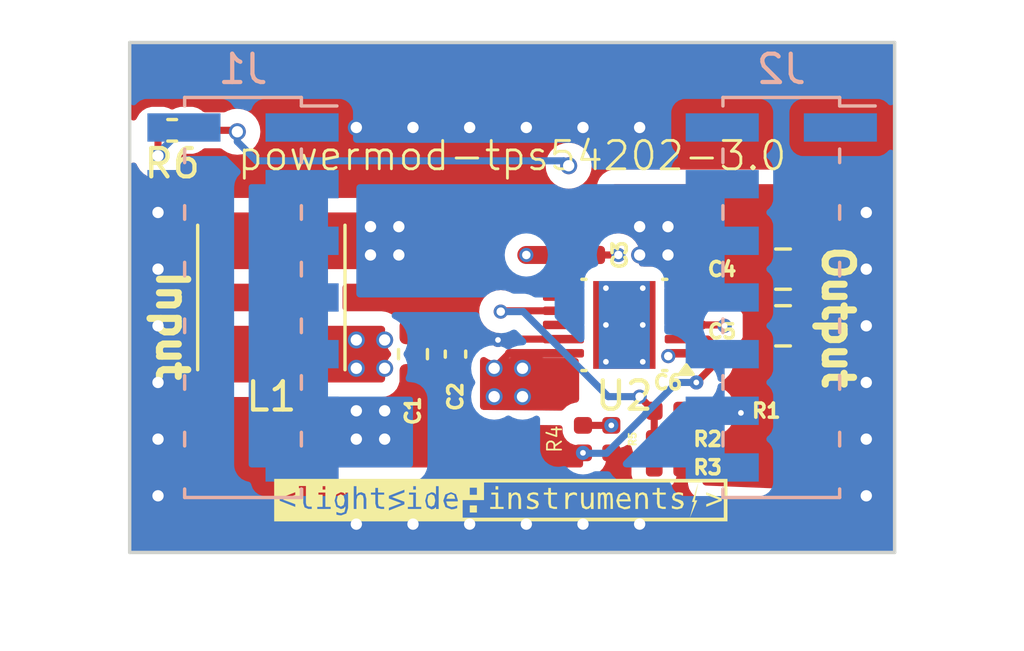
<source format=kicad_pcb>
(kicad_pcb (version 20240108) (generator "pcbnew") (generator_version "8.0")
  (title_block (title "powermod-tps54202-3.0") (company "Lightside Instruments AS"))
  (layers (0 "F.Cu" signal) (1 "In1.Cu" mixed) (2 "In2.Cu" mixed) (31 "B.Cu" signal) (34 "B.Paste" user) (35 "F.Paste" user) (36 "B.SilkS" user "B.Silkscreen") (37 "F.SilkS" user "F.Silkscreen") (38 "B.Mask" user) (39 "F.Mask" user) (44 "Edge.Cuts" user))
  (net 0 "")
  (net 1 "GND")
  (net 2 "+5V")
  (net 3 "SYS_DCIN")
  (net 4 "/SW")
  (net 5 "/BOOT")
  (net 6 "/FB")
  (net 7 "Net-(C6-Pad1)")
  (net 8 "/ENABLE")
  (net 10 "Net-(J1-Pin_2)")
  (footprint "Capacitor_SMD:C_0603_1608Metric" (layer "F.Cu") (at 26 50 90)
    (property "Reference" "C1" (at -2 0 90) (layer "F.SilkS") (effects (font (size 0.5 0.5) (thickness 0.125))))
    (property "Value" "10uF")
    (fp_line (start -0.162779 -0.51) (end 0.162779 -0.51) (stroke (width 0.12)) (layer "F.SilkS"))
    (fp_line (start -0.162779 0.51) (end 0.162779 0.51) (stroke (width 0.12)) (layer "F.SilkS"))
    (pad "1" smd roundrect (at -0.7875 0 90) (size 0.875 0.95) (layers "F.Cu" "F.Paste" "F.Mask") (net 3 "SYS_DCIN"))
    (pad "2" smd roundrect (at 0.7875 0 90) (size 0.875 0.95) (layers "F.Cu" "F.Paste" "F.Mask") (net 1 "GND"))
  )
  (footprint "Capacitor_SMD:C_0805_2012Metric" (layer "F.Cu") (at 39.0625 49)
    (property "Reference" "C5" (at -2.152929 0.203435 0) (layer "F.SilkS") (effects (font (size 0.5 0.5) (thickness 0.125))))
    (property "Value" "22uF")
    (fp_line (start -0.258578 -0.71) (end 0.258578 -0.71) (stroke (width 0.12)) (layer "F.SilkS"))
    (fp_line (start -0.258578 0.71) (end 0.258578 0.71) (stroke (width 0.12)) (layer "F.SilkS"))
    (pad "1" smd roundrect (at -0.9375 0) (size 0.975 1.4) (layers "F.Cu" "F.Paste" "F.Mask") (net 2 "+5V"))
    (pad "2" smd roundrect (at 0.9375 0) (size 0.975 1.4) (layers "F.Cu" "F.Paste" "F.Mask") (net 1 "GND"))
  )
  (footprint "Capacitor_SMD:C_0805_2012Metric" (layer "F.Cu") (at 39.0625 47)
    (property "Reference" "C4" (at -2.152929 0.003435 0) (layer "F.SilkS") (effects (font (size 0.5 0.5) (thickness 0.125))))
    (property "Value" "22uF")
    (fp_line (start -0.258578 -0.71) (end 0.258578 -0.71) (stroke (width 0.12)) (layer "F.SilkS"))
    (fp_line (start -0.258578 0.71) (end 0.258578 0.71) (stroke (width 0.12)) (layer "F.SilkS"))
    (pad "1" smd roundrect (at -0.9375 0) (size 0.975 1.4) (layers "F.Cu" "F.Paste" "F.Mask") (net 2 "+5V"))
    (pad "2" smd roundrect (at 0.9375 0) (size 0.975 1.4) (layers "F.Cu" "F.Paste" "F.Mask") (net 1 "GND"))
  )
  (footprint "Capacitor_SMD:C_0402_1005Metric" (layer "F.Cu") (at 35 52 180)
    (property "Reference" "C6" (at 0 1 180) (layer "F.SilkS") (effects (font (size 0.5 0.5) (thickness 0.125))))
    (property "Value" "75 pF")
    (pad "1" smd roundrect (at -0.485 0 180) (size 0.59 0.64) (layers "F.Cu" "F.Paste" "F.Mask") (net 7 "Net-(C6-Pad1)"))
    (pad "2" smd roundrect (at 0.485 0 180) (size 0.59 0.64) (layers "F.Cu" "F.Paste" "F.Mask") (net 6 "/FB"))
  )
  (footprint "Resistor_SMD:R_0402_1005Metric" (layer "F.Cu") (at 35 53 180)
    (property "Reference" "R2" (at -1.4 0 180) (layer "F.SilkS") (effects (font (size 0.5 0.5) (thickness 0.125))))
    (property "Value" "100K")
    (pad "1" smd roundrect (at -0.485 0 180) (size 0.59 0.64) (layers "F.Cu" "F.Paste" "F.Mask") (net 7 "Net-(C6-Pad1)"))
    (pad "2" smd roundrect (at 0.485 0 180) (size 0.59 0.64) (layers "F.Cu" "F.Paste" "F.Mask") (net 6 "/FB"))
  )
  (footprint "Resistor_SMD:R_0402_1005Metric" (layer "F.Cu") (at 35 54)
    (property "Reference" "R3" (at 1.4 0 0) (layer "F.SilkS") (effects (font (size 0.5 0.5) (thickness 0.125))))
    (property "Value" "13.3K")
    (pad "1" smd roundrect (at -0.485 0) (size 0.59 0.64) (layers "F.Cu" "F.Paste" "F.Mask") (net 6 "/FB"))
    (pad "2" smd roundrect (at 0.485 0) (size 0.59 0.64) (layers "F.Cu" "F.Paste" "F.Mask") (net 1 "GND"))
  )
  (footprint "Capacitor_SMD:C_0402_1005Metric" (layer "F.Cu") (at 32 46.5)
    (property "Reference" "C3" (at 1.3 0 90) (layer "F.SilkS") (effects (font (size 0.5 0.5) (thickness 0.125))))
    (property "Value" "0.1uF")
    (pad "1" smd roundrect (at -0.485 0) (size 0.59 0.64) (layers "F.Cu" "F.Paste" "F.Mask") (net 4 "/SW"))
    (pad "2" smd roundrect (at 0.485 0) (size 0.59 0.64) (layers "F.Cu" "F.Paste" "F.Mask") (net 5 "/BOOT"))
  )
  (footprint "Resistor_SMD:R_0402_1005Metric" (layer "F.Cu") (at 37 52)
    (property "Reference" "R1" (at 1.47 0 180) (layer "F.SilkS") (effects (font (size 0.5 0.5) (thickness 0.125))))
    (property "Value" "49.9")
    (pad "1" smd roundrect (at -0.485 0) (size 0.59 0.64) (layers "F.Cu" "F.Paste" "F.Mask") (net 7 "Net-(C6-Pad1)"))
    (pad "2" smd roundrect (at 0.485 0) (size 0.59 0.64) (layers "F.Cu" "F.Paste" "F.Mask") (net 2 "+5V"))
  )
  (footprint "Inductor_SMD:L_Taiyo-Yuden_MD-5050" (layer "F.Cu") (at 21 48 90)
    (property "Reference" "L1" (at -3.5 0 180) (layer "F.SilkS"))
    (property "Value" "15uH")
    (fp_line (start -2.55 -2.6) (end 2.55 -2.6) (stroke (width 0.12)) (layer "F.SilkS"))
    (fp_line (start -2.55 2.6) (end 2.55 2.6) (stroke (width 0.12)) (layer "F.SilkS"))
    (pad "1" smd rect (at -1.8 0 90) (size 1.5 4.2) (layers "F.Cu" "F.Paste" "F.Mask") (net 4 "/SW"))
    (pad "2" smd rect (at 1.8 0 90) (size 1.5 4.2) (layers "F.Cu" "F.Paste" "F.Mask") (net 2 "+5V"))
  )
  (footprint "spark:lsi-logo-16mm" (layer "F.Cu") (at 29.1 55.7)
    (property "Reference" "svg2mod" (hide yes))
    (property "Value" "G***" (hide yes))
    (fp_poly (pts (xy -1.09554 -0.360257) (xy -1.09554 -0.110272) (xy -0.844522 -0.110272) (xy -0.844522 -0.360257) (xy -1.09554 -0.360257)) (fill solid) (layer "F.SilkS"))
    (fp_poly (pts (xy -0.186035 -1.039414) (xy -0.186035 -0.919008) (xy -0.090563 -0.919008) (xy -0.090563 -1.039414) (xy -0.186035 -1.039414)) (fill solid) (layer "F.SilkS"))
    (fp_poly (pts (xy -1.756488 -0.765085) (xy -1.870047 -0.71961) (xy -1.923015 -0.59352) (xy -1.608564 -0.594035) (xy -1.648484 -0.72116) (xy -1.756488 -0.765084) (xy -1.756488 -0.765085)) (fill solid) (layer "F.SilkS"))
    (fp_poly (pts (xy 7.250979 -0.825991) (xy 7.250979 -0.73194) (xy 7.692166 -0.566575) (xy 7.250979 -0.402761) (xy 7.250979 -0.308193) (xy 7.799653 -0.5242) (xy 7.799653 -0.609983) (xy 7.250979 -0.825991)) (fill solid) (layer "F.SilkS"))
    (fp_poly (pts (xy -5.647988 -0.754037) (xy -5.754829 -0.698226) (xy -5.791649 -0.535962) (xy -5.754829 -0.372665) (xy -5.646955 -0.316854) (xy -5.546186 -0.373182) (xy -5.510917 -0.535962) (xy -5.546186 -0.698226) (xy -5.647988 -0.754037)) (fill solid) (layer "F.SilkS"))
    (fp_poly (pts (xy -2.454902 -0.758688) (xy -2.559288 -0.70236) (xy -2.594557 -0.535446) (xy -2.559288 -0.368531) (xy -2.454902 -0.312203) (xy -2.350128 -0.369047) (xy -2.313696 -0.535446) (xy -2.350128 -0.701844) (xy -2.454902 -0.758688)) (fill solid) (layer "F.SilkS"))
    (fp_poly (pts (xy -0.334992 -0.814105) (xy -0.334992 -0.740208) (xy -0.186035 -0.740208) (xy -0.186035 -0.309226) (xy -0.375429 -0.309226) (xy -0.375429 -0.235329) (xy 0.098961 -0.235329) (xy 0.098961 -0.309226) (xy -0.090563 -0.309226) (xy -0.090563 -0.814105) (xy -0.334992 -0.814105)) (fill solid) (layer "F.SilkS"))
    (fp_poly (pts (xy 2.56483 -0.828058) (xy 2.447008 -0.794985) (xy 2.373757 -0.700934) (xy 2.373757 -0.814105) (xy 2.277768 -0.814105) (xy 2.277768 -0.235329) (xy 2.373757 -0.235329) (xy 2.373757 -0.523167) (xy 2.421041 -0.684397) (xy 2.557467 -0.740208) (xy 2.627101 -0.729356) (xy 2.689371 -0.694733) (xy 2.689371 -0.791884) (xy 2.630718 -0.819273) (xy 2.56483 -0.828058)) (fill solid) (layer "F.SilkS"))
    (fp_poly (pts (xy 0.540536 -0.828058) (xy 0.437312 -0.80222) (xy 0.368324 -0.727289) (xy 0.368324 -0.814105) (xy 0.272723 -0.814105) (xy 0.272723 -0.235329) (xy 0.368324 -0.235329) (xy 0.368324 -0.562441) (xy 0.40411 -0.697833) (xy 0.507333 -0.745375) (xy 0.593504 -0.708685) (xy 0.621021 -0.593963) (xy 0.621021 -0.235329) (xy 0.717011 -0.235329) (xy 0.717011 -0.593963) (xy 0.672956 -0.769663) (xy 0.540536 -0.828058)) (fill solid) (layer "F.SilkS"))
    (fp_poly (pts (xy 2.830577 -0.813072) (xy 2.830577 -0.454437) (xy 2.874114 -0.278221) (xy 3.007052 -0.220343) (xy 3.109242 -0.246181) (xy 3.178746 -0.322145) (xy 3.178746 -0.235329) (xy 3.274865 -0.235329) (xy 3.274865 -0.813072) (xy 3.178746 -0.813072) (xy 3.178746 -0.48596) (xy 3.142961 -0.350051) (xy 3.039737 -0.303025) (xy 2.953567 -0.339715) (xy 2.926049 -0.454437) (xy 2.926049 -0.813072) (xy 2.830577 -0.813072)) (fill solid) (layer "F.SilkS"))
    (fp_poly (pts (xy 5.016619 -0.828058) (xy 4.913395 -0.80222) (xy 4.844278 -0.727289) (xy 4.844278 -0.814105) (xy 4.748806 -0.814105) (xy 4.748806 -0.235329) (xy 4.844278 -0.235329) (xy 4.844278 -0.562441) (xy 4.880193 -0.697833) (xy 4.983417 -0.745375) (xy 5.069587 -0.708685) (xy 5.097105 -0.593963) (xy 5.097105 -0.235329) (xy 5.193094 -0.235329) (xy 5.193094 -0.593963) (xy 5.14904 -0.769663) (xy 5.016619 -0.828058)) (fill solid) (layer "F.SilkS"))
    (fp_poly (pts (xy 1.673671 -0.978436) (xy 1.673671 -0.814105) (xy 1.518383 -0.814105) (xy 1.518383 -0.740208) (xy 1.673671 -0.740208) (xy 1.673671 -0.426015) (xy 1.717725 -0.278221) (xy 1.869266 -0.235329) (xy 1.986054 -0.235329) (xy 1.986054 -0.311293) (xy 1.878697 -0.311293) (xy 1.79356 -0.336615) (xy 1.769143 -0.426015) (xy 1.769143 -0.740208) (xy 1.986054 -0.740208) (xy 1.986054 -0.814105) (xy 1.769143 -0.814105) (xy 1.769143 -0.978436) (xy 1.673671 -0.978436)) (fill solid) (layer "F.SilkS"))
    (fp_poly (pts (xy 5.510258 -0.978436) (xy 5.510258 -0.814105) (xy 5.3551 -0.814105) (xy 5.3551 -0.740208) (xy 5.510258 -0.740208) (xy 5.510258 -0.426015) (xy 5.554313 -0.278221) (xy 5.705853 -0.235329) (xy 5.822642 -0.235329) (xy 5.822642 -0.311293) (xy 5.715284 -0.311293) (xy 5.630147 -0.336615) (xy 5.60573 -0.426015) (xy 5.60573 -0.740208) (xy 5.822642 -0.740208) (xy 5.822642 -0.814105) (xy 5.60573 -0.814105) (xy 5.60573 -0.978436) (xy 5.510258 -0.978436)) (fill solid) (layer "F.SilkS"))
    (fp_poly (pts (xy 4.346117 -0.828058) (xy 4.341857 -0.747442) (xy 4.449861 -0.703517) (xy 4.489781 -0.576393) (xy 4.17533 -0.575877) (xy 4.228298 -0.701968) (xy 4.341857 -0.747443) (xy 4.341857 -0.747442) (xy 4.346117 -0.828058) (xy 4.146776 -0.745375) (xy 4.071974 -0.5242) (xy 4.148326 -0.300958) (xy 4.36007 -0.220343) (xy 4.457609 -0.231712) (xy 4.563029 -0.264785) (xy 4.563029 -0.359352) (xy 4.456575 -0.315428) (xy 4.361103 -0.300958) (xy 4.220931 -0.352635) (xy 4.171709 -0.498879) (xy 4.171709 -0.501979) (xy 4.585379 -0.501979) (xy 4.585379 -0.548488) (xy 4.521042 -0.753127) (xy 4.346117 -0.828057) (xy 4.346117 -0.828058)) (fill solid) (layer "F.SilkS"))
    (fp_poly (pts (xy 3.613216 -0.828058) (xy 3.554563 -0.811521) (xy 3.51206 -0.764496) (xy 3.51206 -0.814105) (xy 3.425373 -0.814105) (xy 3.425373 -0.235329) (xy 3.51206 -0.235329) (xy 3.51206 -0.566575) (xy 3.526529 -0.716437) (xy 3.579498 -0.748476) (xy 3.632466 -0.719537) (xy 3.647452 -0.566575) (xy 3.647452 -0.235329) (xy 3.734656 -0.235329) (xy 3.734656 -0.566575) (xy 3.749772 -0.716437) (xy 3.806744 -0.748476) (xy 3.856612 -0.718504) (xy 3.870694 -0.566575) (xy 3.870694 -0.235329) (xy 3.957898 -0.235329) (xy 3.957898 -0.570709) (xy 3.92883 -0.773797) (xy 3.830128 -0.828058) (xy 3.764241 -0.809971) (xy 3.71967 -0.755194) (xy 3.678587 -0.809971) (xy 3.613216 -0.828058)) (fill solid) (layer "F.SilkS"))
    (fp_poly (pts (xy 1.141662 -0.828058) (xy 0.980173 -0.782582) (xy 0.923587 -0.654425) (xy 0.961569 -0.550555) (xy 1.081975 -0.496812) (xy 1.117761 -0.489577) (xy 1.121896 -0.488543) (xy 1.249019 -0.397076) (xy 1.214267 -0.325246) (xy 1.116211 -0.299924) (xy 1.02384 -0.31336) (xy 0.92152 -0.354701) (xy 0.92152 -0.256516) (xy 1.02384 -0.229644) (xy 1.114144 -0.220343) (xy 1.284418 -0.268402) (xy 1.345654 -0.40276) (xy 1.308706 -0.507664) (xy 1.201348 -0.561407) (xy 1.162849 -0.568642) (xy 1.043994 -0.605849) (xy 1.020222 -0.663726) (xy 1.051874 -0.727288) (xy 1.148896 -0.748476) (xy 1.233517 -0.73659) (xy 1.31607 -0.700933) (xy 1.31607 -0.793951) (xy 1.23145 -0.819272) (xy 1.141662 -0.828057) (xy 1.141662 -0.828058)) (fill solid) (layer "F.SilkS"))
    (fp_poly (pts (xy 6.257112 -0.828058) (xy 6.095752 -0.782582) (xy 6.039166 -0.654425) (xy 6.077019 -0.550555) (xy 6.197425 -0.496812) (xy 6.233212 -0.489577) (xy 6.237346 -0.488543) (xy 6.364599 -0.397076) (xy 6.329717 -0.325246) (xy 6.231661 -0.299924) (xy 6.13929 -0.31336) (xy 6.037099 -0.354701) (xy 6.037099 -0.256516) (xy 6.13929 -0.229644) (xy 6.229594 -0.220343) (xy 6.399868 -0.268402) (xy 6.461104 -0.40276) (xy 6.424285 -0.507664) (xy 6.316798 -0.561407) (xy 6.278428 -0.568642) (xy 6.159573 -0.605849) (xy 6.135672 -0.663726) (xy 6.167324 -0.727288) (xy 6.264346 -0.748476) (xy 6.348967 -0.73659) (xy 6.431519 -0.700933) (xy 6.431519 -0.793951) (xy 6.3469 -0.819272) (xy 6.257112 -0.828057) (xy 6.257112 -0.828058)) (fill solid) (layer "F.SilkS"))
    (fp_poly (pts (xy 6.963744 -1.142542) (xy 6.929034 -1.037612) (xy 6.822897 -0.71568) (xy 6.795735 -0.633187) (xy 6.747043 -0.484796) (xy 6.746218 -0.481877) (xy 6.784449 -0.481047) (xy 6.822476 -0.47938) (xy 6.706279 -0.052518) (xy 6.685052 0.025953) (xy 6.671472 0.075953) (xy 6.671772 0.077203) (xy 6.685757 0.045698) (xy 6.715838 -0.024927) (xy 6.748435 -0.101385) (xy 6.780628 -0.176839) (xy 6.8259 -0.282973) (xy 6.871071 -0.388912) (xy 6.903464 -0.464866) (xy 6.927509 -0.521204) (xy 6.935356 -0.539499) (xy 6.891191 -0.539499) (xy 6.847026 -0.539916) (xy 6.849651 -0.553294) (xy 6.862124 -0.615266) (xy 6.881239 -0.709832) (xy 6.899344 -0.799372) (xy 6.926506 -0.933677) (xy 6.953669 -1.067983) (xy 6.968659 -1.142328) (xy 6.974394 -1.172792) (xy 6.963729 -1.142203) (xy 6.963744 -1.142542)) (stroke (width 0.000106)) (fill solid) (layer "F.SilkS"))
    (fp_poly (pts (xy -8.000028 -1.297796) (xy -0.593374 -1.16783) (xy 7.869933 -1.16783) (xy 7.869933 0.072146) (xy -1.346687 0.072146) (xy -1.346687 -0.547842) (xy -0.593374 -0.547842) (xy -0.593374 -1.16783) (xy -8.000028 -1.297796) (xy -7.127472 -1.045099) (xy -6.878908 -1.045099) (xy -6.878908 -0.445135) (xy -6.855524 -0.3485) (xy -6.785503 -0.315944) (xy -6.673882 -0.315944) (xy -6.673882 -0.235329) (xy -6.794805 -0.235329) (xy -6.927742 -0.290106) (xy -6.97438 -0.445135) (xy -6.97438 -0.970685) (xy -7.127472 -0.970685) (xy -7.127472 -1.045099) (xy -8.000028 -1.297796) (xy -6.28928 -1.039414) (xy -6.193808 -1.039414) (xy -6.193808 -0.919008) (xy -6.28928 -0.919008) (xy -6.28928 -1.039414) (xy -8.000028 -1.297796) (xy -5.191027 -1.039414) (xy -5.095554 -1.039414) (xy -5.095554 -0.727289) (xy -5.026566 -0.80222) (xy -4.923213 -0.828058) (xy -4.790922 -0.769663) (xy -4.746738 -0.593963) (xy -4.746738 -0.235329) (xy -4.842727 -0.235329) (xy -4.842727 -0.593963) (xy -4.870245 -0.708685) (xy -4.956416 -0.745375) (xy -5.059768 -0.697833) (xy -5.095554 -0.562441) (xy -5.095554 -0.235329) (xy -5.191027 -0.235329) (xy -5.191027 -1.039414) (xy -8.000028 -1.297796) (xy -3.092059 -1.039414) (xy -2.996587 -1.039414) (xy -2.996587 -0.919008) (xy -3.092059 -0.919008) (xy -3.092059 -1.039414) (xy -8.000028 -1.297796) (xy -2.289137 -1.039414) (xy -2.193664 -1.039414) (xy -2.193664 -0.235329) (xy -2.289137 -0.235329) (xy -2.289137 -0.308193) (xy -2.352957 -0.242564) (xy -2.444424 -0.220343) (xy -2.610435 -0.301475) (xy -2.670638 -0.526267) (xy -2.609918 -0.747442) (xy -2.444424 -0.828058) (xy -2.351923 -0.80532) (xy -2.289137 -0.740208) (xy -2.289137 -1.039414) (xy -8.000028 -1.297796) (xy -0.844522 -0.985283) (xy -0.844522 -0.735299) (xy -1.09554 -0.735299) (xy -1.09554 -0.985283) (xy -0.844522 -0.985283) (xy -8.000028 -1.297796) (xy -4.334102 -0.978436) (xy -4.334102 -0.814105) (xy -4.11719 -0.814105) (xy -4.11719 -0.740208) (xy -4.334102 -0.740208) (xy -4.334102 -0.426015) (xy -4.309685 -0.336615) (xy -4.224677 -0.311293) (xy -4.11719 -0.311293) (xy -4.11719 -0.235329) (xy -4.233979 -0.235329) (xy -4.38552 -0.278221) (xy -4.429574 -0.426015) (xy -4.429574 -0.740208) (xy -4.584862 -0.740208) (xy -4.584862 -0.814105) (xy -4.429574 -0.814105) (xy -4.429574 -0.978436) (xy -4.334102 -0.978436) (xy -8.000028 -1.297796) (xy -3.402764 -0.914745) (xy -3.402764 -0.820694) (xy -3.84253 -0.655846) (xy -3.795246 -0.637243) (xy -3.402764 -0.491515) (xy -3.402764 -0.48273) (xy -3.402764 -0.396947) (xy -3.951438 -0.18094) (xy -3.951438 -0.275507) (xy -3.51038 -0.439322) (xy -3.513351 -0.440484) (xy -3.951438 -0.604686) (xy -3.951438 -0.612955) (xy -3.951438 -0.698737) (xy -3.402764 -0.914745) (xy -8.000028 -1.297796) (xy -7.255758 -0.825991) (xy -7.255758 -0.73194) (xy -7.696817 -0.566575) (xy -7.255758 -0.402761) (xy -7.255758 -0.308193) (xy -7.804304 -0.5242) (xy -7.804304 -0.609983) (xy -7.255758 -0.825991) (xy -8.000028 -1.297796) (xy -8.000028 0.202241) (xy -5.634281 -0.007953) (xy -5.716834 -0.015187) (xy -5.803005 -0.036375) (xy -5.803005 -0.130426) (xy -5.710633 -0.095286) (xy -5.634281 -0.083917) (xy -5.521627 -0.125775) (xy -5.486357 -0.258583) (xy -5.486357 -0.262718) (xy -5.486357 -0.327313) (xy -5.548627 -0.254966) (xy -5.644616 -0.231195) (xy -5.807139 -0.312327) (xy -5.867859 -0.529368) (xy -5.807139 -0.746926) (xy -5.644616 -0.828058) (xy -5.549661 -0.805837) (xy -5.486357 -0.737107) (xy -5.486357 -0.812038) (xy -5.390885 -0.812038) (xy -5.390885 -0.272536) (xy -5.452638 -0.075132) (xy -5.634281 -0.007953) (xy -8.000028 0.202241) (xy -1.743175 -0.220343) (xy -1.954919 -0.300958) (xy -2.031271 -0.5242) (xy -1.956469 -0.745375) (xy -1.757128 -0.828058) (xy -1.582332 -0.753127) (xy -1.517866 -0.548488) (xy -1.517866 -0.501979) (xy -1.931536 -0.501979) (xy -1.931536 -0.498879) (xy -1.882314 -0.352635) (xy -1.742141 -0.300958) (xy -1.646669 -0.315428) (xy -1.540216 -0.359352) (xy -1.540216 -0.264785) (xy -1.645636 -0.231712) (xy -1.743175 -0.220343) (xy -8.000028 0.202241) (xy -6.004284 -0.235329) (xy -6.478674 -0.235329) (xy -6.478674 -0.309226) (xy -6.28928 -0.309226) (xy -6.28928 -0.740208) (xy -6.438237 -0.740208) (xy -6.438237 -0.814105) (xy -6.193808 -0.814105) (xy -6.193808 -0.309226) (xy -6.004284 -0.309226) (xy -6.004284 -0.235329) (xy -8.000028 0.202241) (xy -2.807193 -0.235329) (xy -3.281582 -0.235329) (xy -3.281582 -0.309226) (xy -3.092059 -0.309226) (xy -3.092059 -0.740208) (xy -3.241016 -0.740208) (xy -3.241016 -0.814105) (xy -2.996587 -0.814105) (xy -2.996587 -0.309226) (xy -2.807193 -0.309226) (xy -2.807193 -0.235329) (xy -8.000028 0.202241) (xy 8.000028 0.202241) (xy 8.000028 -1.297796) (xy -8.000028 -1.297796)) (fill solid) (layer "F.SilkS"))
  )
  (footprint "Resistor_SMD:R_0402_1005Metric" (layer "F.Cu") (at 32 53 90)
    (property "Reference" "R4" (at 0 -1 -90) (layer "F.SilkS") (effects (font (size 0.5 0.5) (thickness 0.0625))))
    (property "Value" "511K")
    (pad "1" smd roundrect (at -0.485 0 90) (size 0.59 0.64) (layers "F.Cu" "F.Paste" "F.Mask") (net 3 "SYS_DCIN"))
    (pad "2" smd roundrect (at 0.485 0 90) (size 0.59 0.64) (layers "F.Cu" "F.Paste" "F.Mask") (net 8 "/ENABLE"))
  )
  (footprint "Resistor_SMD:R_0402_1005Metric" (layer "F.Cu") (at 33 53 -90)
    (property "Reference" "R5" (at 0 -0.75 -90) (layer "F.SilkS") (effects (font (size 0.25 0.25) (thickness 0.0625))))
    (property "Value" "105K")
    (pad "1" smd roundrect (at -0.485 0 270) (size 0.59 0.64) (layers "F.Cu" "F.Paste" "F.Mask") (net 8 "/ENABLE"))
    (pad "2" smd roundrect (at 0.485 0 270) (size 0.59 0.64) (layers "F.Cu" "F.Paste" "F.Mask") (net 1 "GND"))
  )
  (footprint "Capacitor_SMD:C_0402_1005Metric" (layer "F.Cu") (at 27.5 50 90)
    (property "Reference" "C2" (at -1.5 0 90) (layer "F.SilkS") (effects (font (size 0.5 0.5) (thickness 0.125))))
    (property "Value" "0.1uF")
    (fp_line (start -0.107836 -0.36) (end 0.107836 -0.36) (stroke (width 0.12)) (layer "F.SilkS"))
    (fp_line (start -0.107836 0.36) (end 0.107836 0.36) (stroke (width 0.12)) (layer "F.SilkS"))
    (pad "1" smd roundrect (at -0.48 0 90) (size 0.56 0.62) (layers "F.Cu" "F.Paste" "F.Mask") (net 3 "SYS_DCIN"))
    (pad "2" smd roundrect (at 0.48 0 90) (size 0.56 0.62) (layers "F.Cu" "F.Paste" "F.Mask") (net 1 "GND"))
  )
  (footprint "Resistor_SMD:R_0402_1005Metric" (layer "F.Cu") (at 17.5 42.1 180)
    (property "Reference" "R6" (at 0 -1.17 0) (layer "F.SilkS"))
    (property "Value" "0")
    (fp_line (start -0.153641 0.38) (end 0.153641 0.38) (stroke (width 0.12)) (layer "F.SilkS"))
    (fp_line (start -0.153641 -0.38) (end 0.153641 -0.38) (stroke (width 0.12)) (layer "F.SilkS"))
    (pad "1" smd roundrect (at -0.51 0 180) (size 0.54 0.64) (layers "F.Cu" "F.Paste" "F.Mask") (net 8 "/ENABLE"))
    (pad "2" smd roundrect (at 0.51 0 180) (size 0.54 0.64) (layers "F.Cu" "F.Paste" "F.Mask") (net 10 "Net-(J1-Pin_2)"))
  )
  (footprint "Package_SO:MSOP-10-1EP_3x3mm_P0.5mm_EP2.2x3.1mm_Mask1.83x1.89mm_ThermalVias" (layer "F.Cu") (at 33.46 48.97 180)
    (property "Reference" "U2" (at 0 -2.5 0) (layer "F.SilkS"))
    (property "Value" "TPS54260DGQ")
    (fp_line (start 1.352982 1.61) (end 1.5 1.61) (stroke (width 0.12)) (layer "F.SilkS"))
    (fp_line (start 1.352982 -1.61) (end 1.5 -1.61) (stroke (width 0.12)) (layer "F.SilkS"))
    (fp_line (start -1.352982 1.61) (end -1.5 1.61) (stroke (width 0.12)) (layer "F.SilkS"))
    (fp_line (start -1.352982 -1.61) (end -1.5 -1.61) (stroke (width 0.12)) (layer "F.SilkS"))
    (fp_poly (pts (xy -2.1875 -1.41) (xy -2.4275 -1.74) (xy -1.9475 -1.74) (xy -2.1875 -1.41)) (stroke (width 0.12)) (fill solid) (layer "F.SilkS"))
    (pad "1" smd roundrect (at -2.15 -1 180) (size 1.45 0.3) (layers "F.Cu" "F.Paste" "F.Mask") (net 5 "/BOOT"))
    (pad "2" smd roundrect (at -2.15 -0.5 180) (size 1.45 0.3) (layers "F.Cu" "F.Paste" "F.Mask") (net 3 "SYS_DCIN"))
    (pad "3" smd roundrect (at -2.15 0 180) (size 1.45 0.3) (layers "F.Cu" "F.Paste" "F.Mask") (net 8 "/ENABLE"))
    (pad "4" smd roundrect (at -2.15 0.5 180) (size 1.45 0.3) (layers "F.Cu" "F.Paste" "F.Mask"))
    (pad "5" smd roundrect (at -2.15 1 180) (size 1.45 0.3) (layers "F.Cu" "F.Paste" "F.Mask"))
    (pad "6" smd roundrect (at 2.15 1 180) (size 1.45 0.3) (layers "F.Cu" "F.Paste" "F.Mask"))
    (pad "7" smd roundrect (at 2.15 0.5 180) (size 1.45 0.3) (layers "F.Cu" "F.Paste" "F.Mask") (net 6 "/FB"))
    (pad "8" smd roundrect (at 2.15 0 180) (size 1.45 0.3) (layers "F.Cu" "F.Paste" "F.Mask"))
    (pad "9" smd roundrect (at 2.15 -0.5 180) (size 1.45 0.3) (layers "F.Cu" "F.Paste" "F.Mask") (net 1 "GND"))
    (pad "10" smd roundrect (at 2.15 -1 180) (size 1.45 0.3) (layers "F.Cu" "F.Paste" "F.Mask") (net 4 "/SW"))
    (pad "11" thru_hole circle (at -0.65 -1.3 180) (size 0.5 0.5) (drill 0.2) (property pad_prop_heatsink) (layers "*.Cu"))
    (pad "11" thru_hole circle (at -0.65 0 180) (size 0.5 0.5) (drill 0.2) (property pad_prop_heatsink) (layers "*.Cu"))
    (pad "11" thru_hole circle (at -0.65 1.3 180) (size 0.5 0.5) (drill 0.2) (property pad_prop_heatsink) (layers "*.Cu"))
    (pad "11" smd rect (at 0 0 180) (size 1.8 3.1) (property pad_prop_heatsink) (layers "B.Cu"))
    (pad "11" smd rect (at 0 0 180) (size 2.2 3.1) (property pad_prop_heatsink) (layers "F.Cu"))
    (pad "11" thru_hole circle (at 0.65 -1.3 180) (size 0.5 0.5) (drill 0.2) (property pad_prop_heatsink) (layers "*.Cu"))
    (pad "11" thru_hole circle (at 0.65 0 180) (size 0.5 0.5) (drill 0.2) (property pad_prop_heatsink) (layers "*.Cu"))
    (pad "11" thru_hole circle (at 0.65 1.3 180) (size 0.5 0.5) (drill 0.2) (property pad_prop_heatsink) (layers "*.Cu"))
  )
  (footprint "Connector_PinHeader_2.00mm:PinHeader_2x07_P2.00mm_Vertical_SMD" (layer "B.Cu") (at 20 48 180)
    (property "Reference" "J1" (at 0 8.06 0) (layer "B.SilkS") (effects (justify mirror)))
    (property "Value" "Conn_02x07_Odd_Even")
    (fp_line (start 2.06 7.06) (end 2.06 6.76) (stroke (width 0.12)) (layer "B.SilkS"))
    (fp_line (start 2.06 5.24) (end 2.06 4.76) (stroke (width 0.12)) (layer "B.SilkS"))
    (fp_line (start 2.06 3.24) (end 2.06 2.76) (stroke (width 0.12)) (layer "B.SilkS"))
    (fp_line (start 2.06 1.24) (end 2.06 0.76) (stroke (width 0.12)) (layer "B.SilkS"))
    (fp_line (start 2.06 -0.76) (end 2.06 -1.24) (stroke (width 0.12)) (layer "B.SilkS"))
    (fp_line (start 2.06 -2.76) (end 2.06 -3.24) (stroke (width 0.12)) (layer "B.SilkS"))
    (fp_line (start 2.06 -4.76) (end 2.06 -5.24) (stroke (width 0.12)) (layer "B.SilkS"))
    (fp_line (start 2.06 -6.76) (end 2.06 -7.06) (stroke (width 0.12)) (layer "B.SilkS"))
    (fp_line (start -2.06 7.06) (end 2.06 7.06) (stroke (width 0.12)) (layer "B.SilkS"))
    (fp_line (start -2.06 7.06) (end -2.06 6.76) (stroke (width 0.12)) (layer "B.SilkS"))
    (fp_line (start -2.06 5.24) (end -2.06 4.76) (stroke (width 0.12)) (layer "B.SilkS"))
    (fp_line (start -2.06 3.24) (end -2.06 2.76) (stroke (width 0.12)) (layer "B.SilkS"))
    (fp_line (start -2.06 1.24) (end -2.06 0.76) (stroke (width 0.12)) (layer "B.SilkS"))
    (fp_line (start -2.06 -0.76) (end -2.06 -1.24) (stroke (width 0.12)) (layer "B.SilkS"))
    (fp_line (start -2.06 -2.76) (end -2.06 -3.24) (stroke (width 0.12)) (layer "B.SilkS"))
    (fp_line (start -2.06 -4.76) (end -2.06 -5.24) (stroke (width 0.12)) (layer "B.SilkS"))
    (fp_line (start -2.06 -6.76) (end -2.06 -7.06) (stroke (width 0.12)) (layer "B.SilkS"))
    (fp_line (start -2.06 -7.06) (end 2.06 -7.06) (stroke (width 0.12)) (layer "B.SilkS"))
    (fp_line (start -3.315 6.76) (end -2.06 6.76) (stroke (width 0.12)) (layer "B.SilkS"))
    (pad "1" smd rect (at -2.085 6 180) (size 2.58 1) (layers "B.Cu" "B.Paste" "B.Mask"))
    (pad "2" smd rect (at 2.085 6 180) (size 2.58 1) (layers "B.Cu" "B.Paste" "B.Mask") (net 10 "Net-(J1-Pin_2)"))
    (pad "3" smd rect (at -2.085 4 180) (size 2.58 1) (layers "B.Cu" "B.Paste" "B.Mask") (net 3 "SYS_DCIN"))
    (pad "4" smd rect (at 2.085 4 180) (size 2.58 1) (layers "B.Cu" "B.Paste" "B.Mask") (net 1 "GND"))
    (pad "5" smd rect (at -2.085 2 180) (size 2.58 1) (layers "B.Cu" "B.Paste" "B.Mask") (net 3 "SYS_DCIN"))
    (pad "6" smd rect (at 2.085 2 180) (size 2.58 1) (layers "B.Cu" "B.Paste" "B.Mask") (net 1 "GND"))
    (pad "7" smd rect (at -2.085 0 180) (size 2.58 1) (layers "B.Cu" "B.Paste" "B.Mask") (net 3 "SYS_DCIN"))
    (pad "8" smd rect (at 2.085 0 180) (size 2.58 1) (layers "B.Cu" "B.Paste" "B.Mask") (net 1 "GND"))
    (pad "9" smd rect (at -2.085 -2 180) (size 2.58 1) (layers "B.Cu" "B.Paste" "B.Mask") (net 3 "SYS_DCIN"))
    (pad "10" smd rect (at 2.085 -2 180) (size 2.58 1) (layers "B.Cu" "B.Paste" "B.Mask") (net 1 "GND"))
    (pad "11" smd rect (at -2.085 -4 180) (size 2.58 1) (layers "B.Cu" "B.Paste" "B.Mask") (net 3 "SYS_DCIN"))
    (pad "12" smd rect (at 2.085 -4 180) (size 2.58 1) (layers "B.Cu" "B.Paste" "B.Mask") (net 1 "GND"))
    (pad "13" smd rect (at -2.085 -6 180) (size 2.58 1) (layers "B.Cu" "B.Paste" "B.Mask") (net 3 "SYS_DCIN"))
    (pad "14" smd rect (at 2.085 -6 180) (size 2.58 1) (layers "B.Cu" "B.Paste" "B.Mask") (net 1 "GND"))
  )
  (footprint "Connector_PinHeader_2.00mm:PinHeader_2x07_P2.00mm_Vertical_SMD" (layer "B.Cu") (at 39 48 180)
    (property "Reference" "J2" (at 0 8.06 0) (layer "B.SilkS") (effects (justify mirror)))
    (property "Value" "Conn_02x07_Odd_Even")
    (fp_line (start 2.06 7.06) (end 2.06 6.76) (stroke (width 0.12)) (layer "B.SilkS"))
    (fp_line (start 2.06 5.24) (end 2.06 4.76) (stroke (width 0.12)) (layer "B.SilkS"))
    (fp_line (start 2.06 3.24) (end 2.06 2.76) (stroke (width 0.12)) (layer "B.SilkS"))
    (fp_line (start 2.06 1.24) (end 2.06 0.76) (stroke (width 0.12)) (layer "B.SilkS"))
    (fp_line (start 2.06 -0.76) (end 2.06 -1.24) (stroke (width 0.12)) (layer "B.SilkS"))
    (fp_line (start 2.06 -2.76) (end 2.06 -3.24) (stroke (width 0.12)) (layer "B.SilkS"))
    (fp_line (start 2.06 -4.76) (end 2.06 -5.24) (stroke (width 0.12)) (layer "B.SilkS"))
    (fp_line (start 2.06 -6.76) (end 2.06 -7.06) (stroke (width 0.12)) (layer "B.SilkS"))
    (fp_line (start -2.06 7.06) (end 2.06 7.06) (stroke (width 0.12)) (layer "B.SilkS"))
    (fp_line (start -2.06 7.06) (end -2.06 6.76) (stroke (width 0.12)) (layer "B.SilkS"))
    (fp_line (start -2.06 5.24) (end -2.06 4.76) (stroke (width 0.12)) (layer "B.SilkS"))
    (fp_line (start -2.06 3.24) (end -2.06 2.76) (stroke (width 0.12)) (layer "B.SilkS"))
    (fp_line (start -2.06 1.24) (end -2.06 0.76) (stroke (width 0.12)) (layer "B.SilkS"))
    (fp_line (start -2.06 -0.76) (end -2.06 -1.24) (stroke (width 0.12)) (layer "B.SilkS"))
    (fp_line (start -2.06 -2.76) (end -2.06 -3.24) (stroke (width 0.12)) (layer "B.SilkS"))
    (fp_line (start -2.06 -4.76) (end -2.06 -5.24) (stroke (width 0.12)) (layer "B.SilkS"))
    (fp_line (start -2.06 -6.76) (end -2.06 -7.06) (stroke (width 0.12)) (layer "B.SilkS"))
    (fp_line (start -2.06 -7.06) (end 2.06 -7.06) (stroke (width 0.12)) (layer "B.SilkS"))
    (fp_line (start -3.315 6.76) (end -2.06 6.76) (stroke (width 0.12)) (layer "B.SilkS"))
    (pad "1" smd rect (at -2.085 6 180) (size 2.58 1) (layers "B.Cu" "B.Paste" "B.Mask"))
    (pad "2" smd rect (at 2.085 6 180) (size 2.58 1) (layers "B.Cu" "B.Paste" "B.Mask"))
    (pad "3" smd rect (at -2.085 4 180) (size 2.58 1) (layers "B.Cu" "B.Paste" "B.Mask") (net 1 "GND"))
    (pad "4" smd rect (at 2.085 4 180) (size 2.58 1) (layers "B.Cu" "B.Paste" "B.Mask") (net 2 "+5V"))
    (pad "5" smd rect (at -2.085 2 180) (size 2.58 1) (layers "B.Cu" "B.Paste" "B.Mask") (net 1 "GND"))
    (pad "6" smd rect (at 2.085 2 180) (size 2.58 1) (layers "B.Cu" "B.Paste" "B.Mask") (net 2 "+5V"))
    (pad "7" smd rect (at -2.085 0 180) (size 2.58 1) (layers "B.Cu" "B.Paste" "B.Mask") (net 1 "GND"))
    (pad "8" smd rect (at 2.085 0 180) (size 2.58 1) (layers "B.Cu" "B.Paste" "B.Mask") (net 2 "+5V"))
    (pad "9" smd rect (at -2.085 -2 180) (size 2.58 1) (layers "B.Cu" "B.Paste" "B.Mask") (net 1 "GND"))
    (pad "10" smd rect (at 2.085 -2 180) (size 2.58 1) (layers "B.Cu" "B.Paste" "B.Mask") (net 2 "+5V"))
    (pad "11" smd rect (at -2.085 -4 180) (size 2.58 1) (layers "B.Cu" "B.Paste" "B.Mask") (net 1 "GND"))
    (pad "12" smd rect (at 2.085 -4 180) (size 2.58 1) (layers "B.Cu" "B.Paste" "B.Mask") (net 2 "+5V"))
    (pad "13" smd rect (at -2.085 -6 180) (size 2.58 1) (layers "B.Cu" "B.Paste" "B.Mask") (net 1 "GND"))
    (pad "14" smd rect (at 2.085 -6 180) (size 2.58 1) (layers "B.Cu" "B.Paste" "B.Mask") (net 2 "+5V"))
  )
  (gr_line (start 16 57) (end 43 57) (stroke (width 0.12)) (layer "Edge.Cuts"))
  (gr_line (start 43 39) (end 16 39) (stroke (width 0.12)) (layer "Edge.Cuts"))
  (gr_line (start 43 57) (end 43 39) (stroke (width 0.12)) (layer "Edge.Cuts"))
  (gr_line (start 16 39) (end 16 57) (stroke (width 0.12)) (layer "Edge.Cuts"))
  (gr_text "Output" (at 41 48.7 -90) (layer "F.SilkS") (effects (font (size 1 1) (thickness 0.25))))
  (gr_text "Input" (at 17.5 49 -90) (layer "F.SilkS") (effects (font (size 1 1) (thickness 0.25))))
  (gr_text "powermod-tps54202-3.0" (at 29.5 43 0) (layer "F.SilkS") (effects (font (size 1 1) (thickness 0.1))))
  (segment (start 33 55) (end 33 53.485) (width 0.25) (layer "F.Cu") (net 1))
  (segment (start 32 56) (end 33 55) (width 0.25) (layer "F.Cu") (net 1))
  (segment (start 29.03 49.47) (end 29 49.5) (width 0.25) (layer "F.Cu") (net 1))
  (segment (start 27.55 49.47) (end 27.5 49.52) (width 0.25) (layer "F.Cu") (net 1))
  (segment (start 29 49.5) (end 28.97 49.47) (width 0.25) (layer "F.Cu") (net 1))
  (segment (start 40 47) (end 40 49) (width 0.25) (layer "F.Cu") (net 1))
  (segment (start 35.485 54.515) (end 35.485 54) (width 0.25) (layer "F.Cu") (net 1))
  (segment (start 34 56) (end 35.485 54.515) (width 0.25) (layer "F.Cu") (net 1))
  (segment (start 31.31 49.47) (end 29.03 49.47) (width 0.25) (layer "F.Cu") (net 1))
  (via (at 17 45) (size 0.6) (drill 0.4) (layers "F.Cu" "B.Cu") (net 1))
  (via (at 26 42) (size 0.6) (drill 0.4) (layers "F.Cu" "B.Cu") (net 1))
  (via (at 24 42) (size 0.6) (drill 0.4) (layers "F.Cu" "B.Cu") (net 1))
  (via (at 34 42) (size 0.6) (drill 0.4) (layers "F.Cu" "B.Cu") (net 1))
  (via (at 28 42) (size 0.6) (drill 0.4) (layers "F.Cu" "B.Cu") (net 1))
  (via (at 30 42) (size 0.6) (drill 0.4) (layers "F.Cu" "B.Cu") (net 1))
  (via (at 32 42) (size 0.6) (drill 0.4) (layers "F.Cu" "B.Cu") (net 1))
  (via (at 17 47) (size 0.6) (drill 0.4) (layers "F.Cu" "B.Cu") (net 1))
  (via (at 42 45) (size 0.6) (drill 0.4) (layers "F.Cu" "B.Cu") (net 1))
  (via (at 24 56) (size 0.6) (drill 0.4) (layers "F.Cu" "B.Cu") (net 1))
  (via (at 32 56) (size 0.6) (drill 0.4) (layers "F.Cu" "B.Cu") (net 1))
  (via (at 30 56) (size 0.6) (drill 0.4) (layers "F.Cu" "B.Cu") (net 1))
  (via (at 28 56) (size 0.6) (drill 0.4) (layers "F.Cu" "B.Cu") (net 1))
  (via (at 26 56) (size 0.6) (drill 0.4) (layers "F.Cu" "B.Cu") (net 1))
  (via (at 34 56) (size 0.6) (drill 0.4) (layers "F.Cu" "B.Cu") (net 1))
  (via (at 42 55) (size 0.6) (drill 0.4) (layers "F.Cu" "B.Cu") (net 1))
  (via (at 17 51) (size 0.6) (drill 0.4) (layers "F.Cu" "B.Cu") (net 1))
  (via (at 29 49.5) (size 0.5) (drill 0.2) (layers "F.Cu" "B.Cu") (net 1))
  (via (at 42 49) (size 0.6) (drill 0.4) (layers "F.Cu" "B.Cu") (net 1))
  (via (at 17 53) (size 0.6) (drill 0.4) (layers "F.Cu" "B.Cu") (net 1))
  (via (at 17 49) (size 0.6) (drill 0.4) (layers "F.Cu" "B.Cu") (net 1))
  (via (at 17 55) (size 0.6) (drill 0.4) (layers "F.Cu" "B.Cu") (net 1))
  (via (at 42 47) (size 0.6) (drill 0.4) (layers "F.Cu" "B.Cu") (net 1))
  (via (at 42 51) (size 0.6) (drill 0.4) (layers "F.Cu" "B.Cu") (net 1))
  (via (at 42 53) (size 0.6) (drill 0.4) (layers "F.Cu" "B.Cu") (net 1))
  (segment (start 37.485 52) (end 37.500328 52) (width 0.25) (layer "F.Cu") (net 2))
  (segment (start 37.500328 52) (end 37.575 52.074672) (width 0.25) (layer "F.Cu") (net 2))
  (via (at 24.5 46.5) (size 0.6) (drill 0.4) (layers "F.Cu" "B.Cu") (net 2))
  (via (at 35 45.5) (size 0.6) (drill 0.4) (layers "F.Cu" "B.Cu") (net 2))
  (via (at 35 46.5) (size 0.6) (drill 0.4) (layers "F.Cu" "B.Cu") (net 2))
  (via (at 25.5 45.5) (size 0.6) (drill 0.4) (layers "F.Cu" "B.Cu") (net 2))
  (via (at 37.575 52.074672) (size 0.5) (drill 0.2) (layers "F.Cu" "B.Cu") (net 2))
  (via (at 34 45.5) (size 0.6) (drill 0.4) (layers "F.Cu" "B.Cu") (net 2))
  (via (at 24.5 45.5) (size 0.6) (drill 0.4) (layers "F.Cu" "B.Cu") (net 2))
  (via (at 25.5 46.5) (size 0.6) (drill 0.4) (layers "F.Cu" "B.Cu") (net 2))
  (via (at 34 46.5) (size 0.6) (drill 0.4) (layers "F.Cu" "B.Cu") (net 2))
  (segment (start 36.66 50.34) (end 36 51) (width 0.25) (layer "F.Cu") (net 3))
  (segment (start 36.66 49.727236) (end 36.66 50.34) (width 0.25) (layer "F.Cu") (net 3))
  (segment (start 36.402764 49.47) (end 36.66 49.727236) (width 0.25) (layer "F.Cu") (net 3))
  (segment (start 35.61 49.47) (end 36.402764 49.47) (width 0.25) (layer "F.Cu") (net 3))
  (via (at 24 53) (size 0.6) (drill 0.4) (layers "F.Cu" "B.Cu") (net 3))
  (via (at 24 52) (size 0.6) (drill 0.4) (layers "F.Cu" "B.Cu") (net 3))
  (via (at 25 52) (size 0.6) (drill 0.4) (layers "F.Cu" "B.Cu") (net 3))
  (via (at 25 53) (size 0.6) (drill 0.4) (layers "F.Cu" "B.Cu") (net 3))
  (via (at 32 53.485) (size 0.5) (drill 0.2) (layers "F.Cu" "B.Cu") (net 3))
  (via (at 36 51) (size 0.5) (drill 0.2) (layers "F.Cu" "B.Cu") (net 3))
  (segment (start 35.313173 51) (end 34.212259 52.100914) (width 0.25) (layer "B.Cu") (net 3))
  (segment (start 32 53.5) (end 32 53.485) (width 0.25) (layer "B.Cu") (net 3))
  (segment (start 36 51) (end 35.313173 51) (width 0.25) (layer "B.Cu") (net 3))
  (segment (start 32.828173 53.5) (end 32 53.5) (width 0.25) (layer "B.Cu") (net 3))
  (segment (start 34.212259 52.115914) (end 32.828173 53.5) (width 0.25) (layer "B.Cu") (net 3))
  (segment (start 34.212259 52.100914) (end 34.212259 52.115914) (width 0.25) (layer "B.Cu") (net 3))
  (segment (start 29.395 49.97) (end 28.865 50.5) (width 0.25) (layer "F.Cu") (net 4))
  (segment (start 30 46.5) (end 31.515 46.5) (width 0.635) (layer "F.Cu") (net 4))
  (segment (start 31.31 49.97) (end 29.395 49.97) (width 0.3) (layer "F.Cu") (net 4))
  (via (at 25 50.5) (size 0.6) (drill 0.4) (layers "F.Cu" "B.Cu") (net 4))
  (via (at 24 50.5) (size 0.6) (drill 0.4) (layers "F.Cu" "B.Cu") (net 4))
  (via (at 29.865 51.5) (size 0.6) (drill 0.4) (layers "F.Cu" "B.Cu") (net 4))
  (via (at 24 49.5) (size 0.6) (drill 0.4) (layers "F.Cu" "B.Cu") (net 4))
  (via (at 25 49.5) (size 0.6) (drill 0.4) (layers "F.Cu" "B.Cu") (net 4))
  (via (at 30 46.5) (size 0.5) (drill 0.3) (layers "F.Cu" "B.Cu") (net 4))
  (via (at 28.865 51.5) (size 0.6) (drill 0.4) (layers "F.Cu" "B.Cu") (net 4))
  (via (at 29.865 50.5) (size 0.6) (drill 0.4) (layers "F.Cu" "B.Cu") (net 4))
  (via (at 28.865 50.5) (size 0.6) (drill 0.4) (layers "F.Cu" "B.Cu") (net 4))
  (segment (start 32.485 46.5) (end 33.249997 46.5) (width 0.25) (layer "F.Cu") (net 5))
  (via (at 35.010002 50.07) (size 0.5) (drill 0.3) (layers "F.Cu" "B.Cu") (net 5))
  (via (at 33.249997 46.5) (size 0.5) (drill 0.3) (layers "F.Cu" "B.Cu") (net 5))
  (segment (start 29.0975 48.5) (end 29.1275 48.47) (width 0.25) (layer "F.Cu") (net 6))
  (segment (start 34.515 52) (end 34.5 52) (width 0.25) (layer "F.Cu") (net 6))
  (segment (start 34.5 52) (end 34 51.5) (width 0.25) (layer "F.Cu") (net 6))
  (segment (start 29.1275 48.47) (end 31.31 48.47) (width 0.25) (layer "F.Cu") (net 6))
  (segment (start 34.515 54) (end 34.515 52.11) (width 0.25) (layer "F.Cu") (net 6))
  (via (at 29.0975 48.5) (size 0.5) (drill 0.3) (layers "F.Cu" "B.Cu") (net 6))
  (via (at 34 51.5) (size 0.5) (drill 0.3) (layers "F.Cu" "B.Cu") (net 6))
  (segment (start 29.89 48.5) (end 29.0975 48.5) (width 0.25) (layer "B.Cu") (net 6))
  (segment (start 32.89 51.5) (end 29.89 48.5) (width 0.25) (layer "B.Cu") (net 6))
  (segment (start 34 51.5) (end 32.89 51.5) (width 0.25) (layer "B.Cu") (net 6))
  (segment (start 35.485 52) (end 36.515 52) (width 0.25) (layer "F.Cu") (net 7))
  (segment (start 35.485 53) (end 35.485 52) (width 0.25) (layer "F.Cu") (net 7))
  (segment (start 36.97 48.97) (end 35.61 48.97) (width 0.25) (layer "F.Cu") (net 8))
  (segment (start 37 49) (end 36.97 48.97) (width 0.25) (layer "F.Cu") (net 8))
  (segment (start 32 52.515) (end 33 52.515) (width 0.25) (layer "F.Cu") (net 8))
  (segment (start 18.01 42.1) (end 19.75 42.1) (width 0.25) (layer "F.Cu") (net 8))
  (segment (start 19.75 42.1) (end 19.8 42.15) (width 0.25) (layer "F.Cu") (net 8))
  (via (at 37 49) (size 0.5) (drill 0.2) (layers "F.Cu" "B.Cu") (net 8))
  (via (at 31.495 43.35) (size 0.6) (drill 0.4) (layers "F.Cu" "B.Cu") (net 8))
  (via (at 33 52.515) (size 0.5) (drill 0.2) (layers "F.Cu" "B.Cu") (net 8))
  (via (at 19.8 42.15) (size 0.6) (drill 0.4) (layers "F.Cu" "B.Cu") (net 8))
  (segment (start 19.8 42.5) (end 19.8 42.15) (width 0.25) (layer "B.Cu") (net 8))
  (segment (start 20.475489 43.175489) (end 19.8 42.5) (width 0.25) (layer "B.Cu") (net 8))
  (segment (start 31.495 43.35) (end 31.320489 43.175489) (width 0.25) (layer "B.Cu") (net 8))
  (segment (start 31.320489 43.175489) (end 20.475489 43.175489) (width 0.25) (layer "B.Cu") (net 8))
  (segment (start 17 43) (end 17 42.11) (width 0.25) (layer "F.Cu") (net 10))
  (segment (start 17 42.11) (end 16.99 42.1) (width 0.25) (layer "F.Cu") (net 10))
  (via (at 17 43) (size 0.6) (drill 0.4) (layers "F.Cu" "B.Cu") (net 10))
  (segment (start 17 42.915) (end 17.915 42) (width 0.25) (layer "B.Cu") (net 10))
  (segment (start 17 43) (end 17 42.915) (width 0.25) (layer "B.Cu") (net 10))
  (zone (net 2) (net_name "+5V") (layer "F.Cu") (priority 1) (connect_pads yes (clearance 0.508)) (min_thickness 0.254) (fill yes (thermal_gap 0.508) (thermal_bridge_width 0.508))
    (polygon (pts (xy 33 44) (xy 39 44) (xy 39 54.75) (xy 33 54.5)))
  )
  (zone (net 3) (net_name "SYS_DCIN") (layer "F.Cu") (priority 1) (connect_pads yes (clearance 0.4)) (min_thickness 0.2) (fill yes (thermal_gap 0.508) (thermal_bridge_width 0.508))
    (polygon (pts (xy 23 50.4) (xy 32.105 50.25) (xy 32 54) (xy 23 54)))
  )
  (zone (net 1) (net_name "GND") (layer "F.Cu") (connect_pads yes (clearance 0.508)) (min_thickness 0.254) (fill yes (thermal_gap 0.508) (thermal_bridge_width 0.508))
    (polygon (pts (xy 12.5 37.5) (xy 46.5 37.5) (xy 46.5 60.5) (xy 12.5 60.5)))
  )
  (zone (net 4) (net_name "/SW") (layer "F.Cu") (name "/SW") (priority 2) (connect_pads yes (clearance 0.508)) (min_thickness 0.254) (fill yes (thermal_gap 0.508) (thermal_bridge_width 0.508))
    (polygon (pts (xy 31.865 52) (xy 28.365 51.970588) (xy 28.365 49.970588) (xy 31.865 50)))
  )
  (zone (net 4) (net_name "/SW") (layer "F.Cu") (name "/SW") (priority 2) (connect_pads yes (clearance 0.508)) (min_thickness 0.254) (fill yes (thermal_gap 0.508) (thermal_bridge_width 0.508))
    (polygon (pts (xy 25.5 51) (xy 19 51) (xy 19 49) (xy 25.5 49)))
  )
  (zone (net 0) (net_name "") (layer "F.Cu") (priority 1) (connect_pads (clearance 0.508)) (min_thickness 0.254) (fill yes (thermal_gap 0.508) (thermal_bridge_width 0.508))
    (polygon (pts (xy 23 48.75) (xy 19 48.75) (xy 19 47.25) (xy 23 47.25)))
  )
  (zone (net 2) (net_name "+5V") (layer "F.Cu") (name "/SW") (priority 2) (connect_pads yes (clearance 0.508)) (min_thickness 0.254) (fill yes (thermal_gap 0.508) (thermal_bridge_width 0.508))
    (polygon (pts (xy 26 47) (xy 19 47) (xy 19 45) (xy 26 45)))
  )
  (zone (net 1) (net_name "GND") (layer "B.Cu") (connect_pads yes (clearance 0.508)) (min_thickness 0.254) (fill yes (thermal_gap 0.508) (thermal_bridge_width 0.508))
    (polygon (pts (xy 12.5 37.5) (xy 46.5 37.5) (xy 46.5 60.5) (xy 12.5 60.5)))
  )
  (zone (net 3) (net_name "SYS_DCIN") (layer "B.Cu") (priority 1) (connect_pads yes (clearance 0.4)) (min_thickness 0.2) (fill yes (thermal_gap 0.508) (thermal_bridge_width 0.508))
    (polygon (pts (xy 20.2 44) (xy 23 44) (xy 23 51.5) (xy 26 51.5) (xy 26 54) (xy 20.2 54)))
  )
  (zone (net 2) (net_name "+5V") (layer "B.Cu") (priority 1) (connect_pads yes (clearance 0.508)) (min_thickness 0.254) (fill yes (thermal_gap 0.508) (thermal_bridge_width 0.508))
    (polygon (pts (xy 31 48) (xy 24 48) (xy 24 44) (xy 37 44) (xy 37 54) (xy 31 54)))
  )
)
</source>
